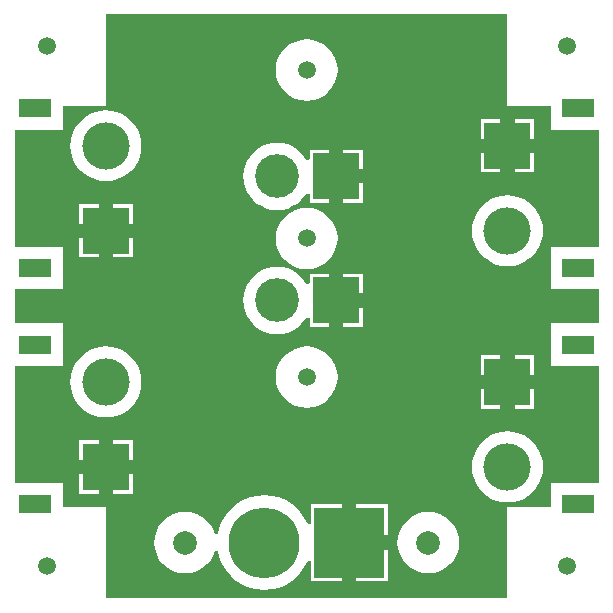
<source format=gbl>
G04*
G04 #@! TF.GenerationSoftware,Altium Limited,Altium Designer,24.1.2 (44)*
G04*
G04 Layer_Physical_Order=2*
G04 Layer_Color=16711680*
%FSLAX44Y44*%
%MOMM*%
G71*
G04*
G04 #@! TF.SameCoordinates,F43E2160-E374-468F-ACC1-47B17D48A15B*
G04*
G04*
G04 #@! TF.FilePolarity,Positive*
G04*
G01*
G75*
%ADD31C,1.5000*%
%ADD32C,4.0000*%
%ADD33R,4.0000X4.0000*%
%ADD34R,2.7000X1.6000*%
%ADD35C,2.0000*%
%ADD36R,6.0000X6.0000*%
%ADD37C,6.0000*%
%ADD38R,4.0000X4.0000*%
%ADD39C,3.7000*%
%ADD40C,1.2700*%
G36*
X420000Y420000D02*
X456500D01*
Y399500D01*
X497281D01*
Y300500D01*
X456500D01*
Y264500D01*
X497281D01*
Y235500D01*
X456500D01*
Y199500D01*
X497281D01*
Y100500D01*
X456500D01*
Y80000D01*
X420000D01*
Y2719D01*
X80000D01*
Y80000D01*
X43500D01*
Y100500D01*
X2719D01*
Y199500D01*
X43500D01*
Y235500D01*
X2719D01*
Y264500D01*
X43500D01*
Y300500D01*
X2719D01*
Y399500D01*
X43500D01*
Y420000D01*
X80000D01*
Y497281D01*
X420000D01*
Y420000D01*
D02*
G37*
%LPC*%
G36*
X250000Y476126D02*
X244903Y475624D01*
X240002Y474137D01*
X235485Y471723D01*
X231526Y468474D01*
X228277Y464515D01*
X225863Y459998D01*
X224376Y455097D01*
X223874Y450000D01*
X224376Y444903D01*
X225863Y440002D01*
X228277Y435485D01*
X231526Y431526D01*
X235485Y428277D01*
X240002Y425863D01*
X244903Y424376D01*
X250000Y423874D01*
X255097Y424376D01*
X259998Y425863D01*
X264515Y428277D01*
X268474Y431526D01*
X271723Y435485D01*
X274137Y440002D01*
X275624Y444903D01*
X276126Y450000D01*
X275624Y455097D01*
X274137Y459998D01*
X271723Y464515D01*
X268474Y468474D01*
X264515Y471723D01*
X259998Y474137D01*
X255097Y475624D01*
X250000Y476126D01*
D02*
G37*
G36*
X442540Y408540D02*
X426000D01*
Y392000D01*
X442540D01*
Y408540D01*
D02*
G37*
G36*
X414000D02*
X397460D01*
Y392000D01*
X414000D01*
Y408540D01*
D02*
G37*
G36*
X297540Y382540D02*
X281000D01*
Y366000D01*
X297540D01*
Y382540D01*
D02*
G37*
G36*
X442540Y380000D02*
X426000D01*
Y363460D01*
X442540D01*
Y380000D01*
D02*
G37*
G36*
X414000D02*
X397460D01*
Y363460D01*
X414000D01*
Y380000D01*
D02*
G37*
G36*
X80000Y416093D02*
X75293Y415722D01*
X70701Y414620D01*
X66338Y412813D01*
X62312Y410346D01*
X58721Y407279D01*
X55654Y403688D01*
X53187Y399662D01*
X51380Y395299D01*
X50278Y390708D01*
X49907Y386000D01*
X50278Y381292D01*
X51380Y376701D01*
X53187Y372338D01*
X55654Y368312D01*
X58721Y364721D01*
X62312Y361655D01*
X66338Y359187D01*
X70701Y357380D01*
X75293Y356278D01*
X80000Y355907D01*
X84707Y356278D01*
X89299Y357380D01*
X93662Y359187D01*
X97688Y361655D01*
X101279Y364721D01*
X104346Y368312D01*
X106813Y372338D01*
X108620Y376701D01*
X109722Y381292D01*
X110093Y386000D01*
X109722Y390708D01*
X108620Y395299D01*
X106813Y399662D01*
X104346Y403688D01*
X101279Y407279D01*
X97688Y410346D01*
X93662Y412813D01*
X89299Y414620D01*
X84707Y415722D01*
X80000Y416093D01*
D02*
G37*
G36*
X297540Y354000D02*
X281000D01*
Y337460D01*
X297540D01*
Y354000D01*
D02*
G37*
G36*
X225000Y388588D02*
X220528Y388236D01*
X216166Y387189D01*
X212021Y385472D01*
X208196Y383128D01*
X204785Y380215D01*
X201872Y376804D01*
X199528Y372979D01*
X197811Y368834D01*
X196764Y364472D01*
X196412Y360000D01*
X196764Y355528D01*
X197811Y351166D01*
X199528Y347021D01*
X201872Y343196D01*
X204785Y339785D01*
X208196Y336872D01*
X212021Y334528D01*
X216166Y332811D01*
X220528Y331764D01*
X225000Y331412D01*
X229472Y331764D01*
X233834Y332811D01*
X237979Y334528D01*
X241804Y336872D01*
X245215Y339785D01*
X248128Y343196D01*
X249920Y346120D01*
X252460Y345404D01*
Y337460D01*
X269000D01*
Y360000D01*
Y382540D01*
X252460D01*
Y374596D01*
X249920Y373880D01*
X248128Y376804D01*
X245215Y380215D01*
X241804Y383128D01*
X237979Y385472D01*
X233834Y387189D01*
X229472Y388236D01*
X225000Y388588D01*
D02*
G37*
G36*
X102540Y336540D02*
X86000D01*
Y320000D01*
X102540D01*
Y336540D01*
D02*
G37*
G36*
X74000D02*
X57460D01*
Y320000D01*
X74000D01*
Y336540D01*
D02*
G37*
G36*
X102540Y308000D02*
X86000D01*
Y291460D01*
X102540D01*
Y308000D01*
D02*
G37*
G36*
X74000D02*
X57460D01*
Y291460D01*
X74000D01*
Y308000D01*
D02*
G37*
G36*
X420000Y344093D02*
X415293Y343722D01*
X410701Y342620D01*
X406338Y340813D01*
X402312Y338346D01*
X398721Y335279D01*
X395654Y331688D01*
X393187Y327662D01*
X391380Y323299D01*
X390278Y318708D01*
X389907Y314000D01*
X390278Y309293D01*
X391380Y304701D01*
X393187Y300338D01*
X395654Y296312D01*
X398721Y292721D01*
X402312Y289655D01*
X406338Y287187D01*
X410701Y285380D01*
X415293Y284278D01*
X420000Y283907D01*
X424707Y284278D01*
X429299Y285380D01*
X433662Y287187D01*
X437688Y289655D01*
X441279Y292721D01*
X444346Y296312D01*
X446813Y300338D01*
X448620Y304701D01*
X449722Y309293D01*
X450093Y314000D01*
X449722Y318708D01*
X448620Y323299D01*
X446813Y327662D01*
X444346Y331688D01*
X441279Y335279D01*
X437688Y338346D01*
X433662Y340813D01*
X429299Y342620D01*
X424707Y343722D01*
X420000Y344093D01*
D02*
G37*
G36*
X250000Y333626D02*
X244903Y333124D01*
X240002Y331637D01*
X235485Y329223D01*
X231526Y325974D01*
X228277Y322015D01*
X225863Y317498D01*
X224376Y312597D01*
X223874Y307500D01*
X224376Y302403D01*
X225863Y297502D01*
X228277Y292985D01*
X231526Y289026D01*
X235485Y285777D01*
X240002Y283363D01*
X244903Y281876D01*
X250000Y281374D01*
X255097Y281876D01*
X259998Y283363D01*
X264515Y285777D01*
X268474Y289026D01*
X271723Y292985D01*
X274137Y297502D01*
X275624Y302403D01*
X276126Y307500D01*
X275624Y312597D01*
X274137Y317498D01*
X271723Y322015D01*
X268474Y325974D01*
X264515Y329223D01*
X259998Y331637D01*
X255097Y333124D01*
X250000Y333626D01*
D02*
G37*
G36*
X297540Y277540D02*
X281000D01*
Y261000D01*
X297540D01*
Y277540D01*
D02*
G37*
G36*
Y249000D02*
X281000D01*
Y232460D01*
X297540D01*
Y249000D01*
D02*
G37*
G36*
X225000Y283588D02*
X220528Y283236D01*
X216166Y282189D01*
X212021Y280472D01*
X208196Y278128D01*
X204785Y275215D01*
X201872Y271804D01*
X199528Y267979D01*
X197811Y263834D01*
X196764Y259472D01*
X196412Y255000D01*
X196764Y250528D01*
X197811Y246166D01*
X199528Y242021D01*
X201872Y238196D01*
X204785Y234785D01*
X208196Y231872D01*
X212021Y229528D01*
X216166Y227811D01*
X220528Y226764D01*
X225000Y226412D01*
X229472Y226764D01*
X233834Y227811D01*
X237979Y229528D01*
X241804Y231872D01*
X245215Y234785D01*
X248128Y238196D01*
X249920Y241120D01*
X252460Y240404D01*
Y232460D01*
X269000D01*
Y255000D01*
Y277540D01*
X252460D01*
Y269596D01*
X249920Y268880D01*
X248128Y271804D01*
X245215Y275215D01*
X241804Y278128D01*
X237979Y280472D01*
X233834Y282189D01*
X229472Y283236D01*
X225000Y283588D01*
D02*
G37*
G36*
X442540Y208540D02*
X426000D01*
Y192000D01*
X442540D01*
Y208540D01*
D02*
G37*
G36*
X414000D02*
X397460D01*
Y192000D01*
X414000D01*
Y208540D01*
D02*
G37*
G36*
X250000Y216126D02*
X244903Y215624D01*
X240002Y214137D01*
X235485Y211723D01*
X231526Y208474D01*
X228277Y204515D01*
X225863Y199998D01*
X224376Y195097D01*
X223874Y190000D01*
X224376Y184903D01*
X225863Y180002D01*
X228277Y175485D01*
X231526Y171526D01*
X235485Y168277D01*
X240002Y165863D01*
X244903Y164376D01*
X250000Y163874D01*
X255097Y164376D01*
X259998Y165863D01*
X264515Y168277D01*
X268474Y171526D01*
X271723Y175485D01*
X274137Y180002D01*
X275624Y184903D01*
X276126Y190000D01*
X275624Y195097D01*
X274137Y199998D01*
X271723Y204515D01*
X268474Y208474D01*
X264515Y211723D01*
X259998Y214137D01*
X255097Y215624D01*
X250000Y216126D01*
D02*
G37*
G36*
X442540Y180000D02*
X426000D01*
Y163460D01*
X442540D01*
Y180000D01*
D02*
G37*
G36*
X414000D02*
X397460D01*
Y163460D01*
X414000D01*
Y180000D01*
D02*
G37*
G36*
X80000Y216093D02*
X75293Y215722D01*
X70701Y214620D01*
X66338Y212813D01*
X62312Y210346D01*
X58721Y207279D01*
X55654Y203688D01*
X53187Y199662D01*
X51380Y195299D01*
X50278Y190707D01*
X49907Y186000D01*
X50278Y181292D01*
X51380Y176701D01*
X53187Y172338D01*
X55654Y168312D01*
X58721Y164721D01*
X62312Y161654D01*
X66338Y159187D01*
X70701Y157380D01*
X75293Y156278D01*
X80000Y155907D01*
X84707Y156278D01*
X89299Y157380D01*
X93662Y159187D01*
X97688Y161654D01*
X101279Y164721D01*
X104346Y168312D01*
X106813Y172338D01*
X108620Y176701D01*
X109722Y181292D01*
X110093Y186000D01*
X109722Y190707D01*
X108620Y195299D01*
X106813Y199662D01*
X104346Y203688D01*
X101279Y207279D01*
X97688Y210346D01*
X93662Y212813D01*
X89299Y214620D01*
X84707Y215722D01*
X80000Y216093D01*
D02*
G37*
G36*
X102540Y136540D02*
X86000D01*
Y120000D01*
X102540D01*
Y136540D01*
D02*
G37*
G36*
X74000D02*
X57460D01*
Y120000D01*
X74000D01*
Y136540D01*
D02*
G37*
G36*
X102540Y108000D02*
X86000D01*
Y91460D01*
X102540D01*
Y108000D01*
D02*
G37*
G36*
X74000D02*
X57460D01*
Y91460D01*
X74000D01*
Y108000D01*
D02*
G37*
G36*
X420000Y144093D02*
X415293Y143722D01*
X410701Y142620D01*
X406338Y140813D01*
X402312Y138345D01*
X398721Y135279D01*
X395654Y131688D01*
X393187Y127662D01*
X391380Y123299D01*
X390278Y118708D01*
X389907Y114000D01*
X390278Y109292D01*
X391380Y104701D01*
X393187Y100338D01*
X395654Y96312D01*
X398721Y92721D01*
X402312Y89655D01*
X406338Y87187D01*
X410701Y85380D01*
X415293Y84278D01*
X420000Y83907D01*
X424707Y84278D01*
X429299Y85380D01*
X433662Y87187D01*
X437688Y89655D01*
X441279Y92721D01*
X444346Y96312D01*
X446813Y100338D01*
X448620Y104701D01*
X449722Y109292D01*
X450093Y114000D01*
X449722Y118708D01*
X448620Y123299D01*
X446813Y127662D01*
X444346Y131688D01*
X441279Y135279D01*
X437688Y138345D01*
X433662Y140813D01*
X429299Y142620D01*
X424707Y143722D01*
X420000Y144093D01*
D02*
G37*
G36*
X214000Y90124D02*
X207723Y89630D01*
X201601Y88160D01*
X195784Y85751D01*
X190416Y82461D01*
X185628Y78372D01*
X181539Y73584D01*
X178249Y68216D01*
X175840Y62399D01*
X174613Y57289D01*
X171982Y57211D01*
X171137Y59998D01*
X168723Y64515D01*
X165474Y68474D01*
X161515Y71723D01*
X156998Y74137D01*
X152097Y75624D01*
X147000Y76126D01*
X141903Y75624D01*
X137002Y74137D01*
X132485Y71723D01*
X128526Y68474D01*
X125277Y64515D01*
X122863Y59998D01*
X121376Y55097D01*
X120874Y50000D01*
X121376Y44903D01*
X122863Y40002D01*
X125277Y35485D01*
X128526Y31526D01*
X132485Y28277D01*
X137002Y25863D01*
X141903Y24376D01*
X147000Y23874D01*
X152097Y24376D01*
X156998Y25863D01*
X161515Y28277D01*
X165474Y31526D01*
X168723Y35485D01*
X171137Y40002D01*
X171982Y42789D01*
X174613Y42711D01*
X175840Y37601D01*
X178249Y31784D01*
X181539Y26416D01*
X185628Y21628D01*
X190416Y17539D01*
X195784Y14250D01*
X201601Y11840D01*
X207723Y10370D01*
X214000Y9876D01*
X220277Y10370D01*
X226399Y11840D01*
X232216Y14250D01*
X237584Y17539D01*
X242372Y21628D01*
X246461Y26416D01*
X249750Y31784D01*
X250920Y34608D01*
X253460Y34102D01*
Y17460D01*
X280000D01*
Y50000D01*
Y82540D01*
X253460D01*
Y65897D01*
X250920Y65392D01*
X249750Y68216D01*
X246461Y73584D01*
X242372Y78372D01*
X237584Y82461D01*
X232216Y85751D01*
X226399Y88160D01*
X220277Y89630D01*
X214000Y90124D01*
D02*
G37*
G36*
X318540Y82540D02*
X292000D01*
Y56000D01*
X318540D01*
Y82540D01*
D02*
G37*
G36*
X353000Y76126D02*
X347903Y75624D01*
X343002Y74137D01*
X338485Y71723D01*
X334526Y68474D01*
X331277Y64515D01*
X328863Y59998D01*
X327376Y55097D01*
X326874Y50000D01*
X327376Y44903D01*
X328863Y40002D01*
X331277Y35485D01*
X334526Y31526D01*
X338485Y28277D01*
X343002Y25863D01*
X347903Y24376D01*
X353000Y23874D01*
X358097Y24376D01*
X362998Y25863D01*
X367515Y28277D01*
X371474Y31526D01*
X374723Y35485D01*
X377137Y40002D01*
X378624Y44903D01*
X379126Y50000D01*
X378624Y55097D01*
X377137Y59998D01*
X374723Y64515D01*
X371474Y68474D01*
X367515Y71723D01*
X362998Y74137D01*
X358097Y75624D01*
X353000Y76126D01*
D02*
G37*
G36*
X318540Y44000D02*
X292000D01*
Y17460D01*
X318540D01*
Y44000D01*
D02*
G37*
%LPD*%
D31*
X250000Y450000D02*
D03*
Y190000D02*
D03*
Y307500D02*
D03*
X470000Y30000D02*
D03*
Y470000D02*
D03*
X30000Y30000D02*
D03*
Y470000D02*
D03*
D32*
X80000Y386000D02*
D03*
X420000Y114000D02*
D03*
Y314000D02*
D03*
X80000Y186000D02*
D03*
D33*
Y314000D02*
D03*
X420000Y186000D02*
D03*
Y386000D02*
D03*
X80000Y114000D02*
D03*
D34*
X20000Y417500D02*
D03*
Y282500D02*
D03*
X480000Y82500D02*
D03*
Y217500D02*
D03*
Y282500D02*
D03*
Y417500D02*
D03*
X20000Y217500D02*
D03*
Y82500D02*
D03*
D35*
X353000Y50000D02*
D03*
X147000D02*
D03*
D36*
X286000D02*
D03*
D37*
X214000D02*
D03*
D38*
X275000Y255000D02*
D03*
Y360000D02*
D03*
D39*
X225000Y255000D02*
D03*
Y360000D02*
D03*
D40*
X278892Y163068D02*
D03*
M02*

</source>
